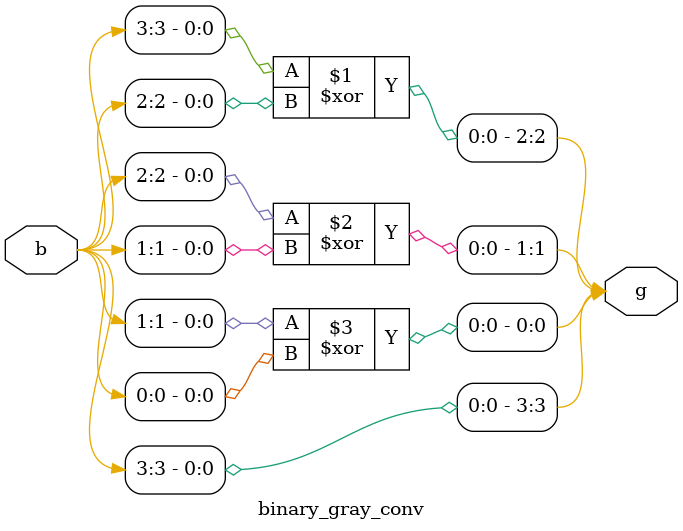
<source format=v>
module binary_gray_conv (
  input  [3:0] b,
  output [3:0] g
);

  assign g[3] = b[3];
  assign g[2] = b[3] ^ b[2];
  assign g[1] = b[2] ^ b[1];
  assign g[0] = b[1] ^ b[0];

endmodule
</source>
